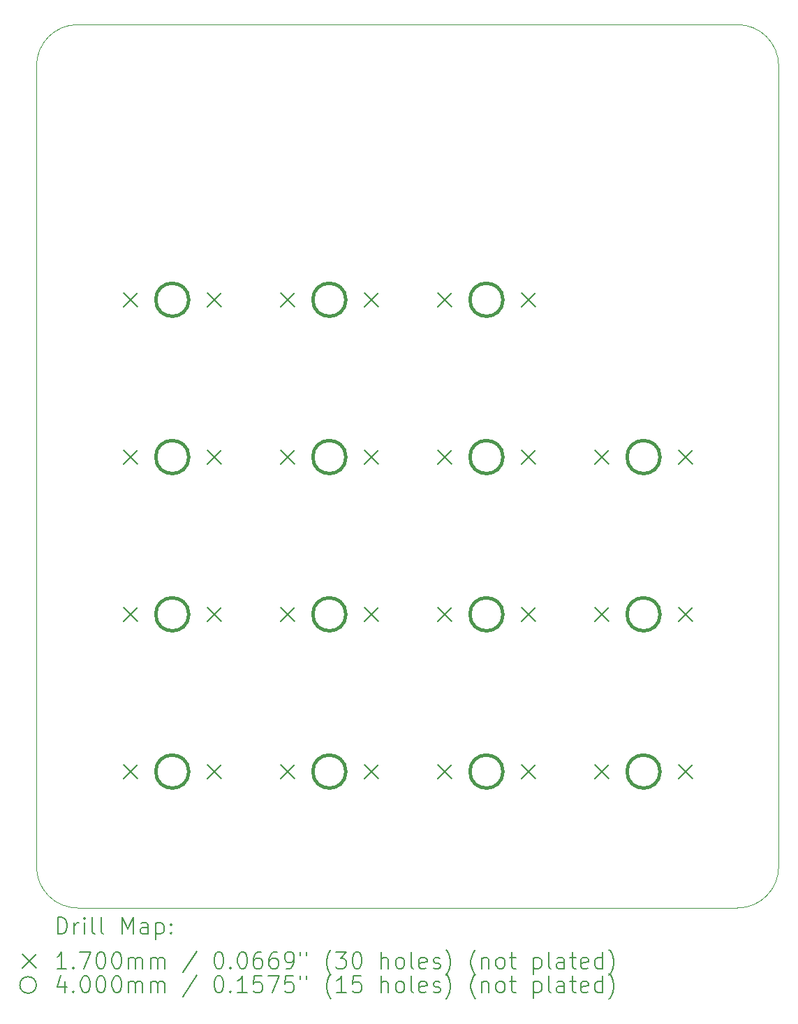
<source format=gbr>
%TF.GenerationSoftware,KiCad,Pcbnew,8.0.8*%
%TF.CreationDate,2025-02-12T11:09:37-05:00*%
%TF.ProjectId,hackpad,6861636b-7061-4642-9e6b-696361645f70,rev?*%
%TF.SameCoordinates,Original*%
%TF.FileFunction,Drillmap*%
%TF.FilePolarity,Positive*%
%FSLAX45Y45*%
G04 Gerber Fmt 4.5, Leading zero omitted, Abs format (unit mm)*
G04 Created by KiCad (PCBNEW 8.0.8) date 2025-02-12 11:09:37*
%MOMM*%
%LPD*%
G01*
G04 APERTURE LIST*
%ADD10C,0.050000*%
%ADD11C,0.200000*%
%ADD12C,0.170000*%
%ADD13C,0.400000*%
G04 APERTURE END LIST*
D10*
X4500000Y-13700000D02*
X12500000Y-13700000D01*
X12500000Y-3000000D02*
X4500000Y-3000000D01*
X13000000Y-13200000D02*
G75*
G02*
X12500000Y-13700000I-500000J0D01*
G01*
X13000000Y-13200000D02*
X13000000Y-3550000D01*
X12500000Y-3000000D02*
G75*
G02*
X13000000Y-3500000I0J-500000D01*
G01*
X13000000Y-3550000D02*
X13000000Y-3500000D01*
X4500000Y-13700000D02*
G75*
G02*
X4000000Y-13200000I0J500000D01*
G01*
X4000000Y-3500000D02*
X4000000Y-13200000D01*
X4000000Y-3500000D02*
G75*
G02*
X4500000Y-3000000I500000J0D01*
G01*
D11*
D12*
X5053000Y-6248000D02*
X5223000Y-6418000D01*
X5223000Y-6248000D02*
X5053000Y-6418000D01*
X5053000Y-8153000D02*
X5223000Y-8323000D01*
X5223000Y-8153000D02*
X5053000Y-8323000D01*
X5053000Y-10058000D02*
X5223000Y-10228000D01*
X5223000Y-10058000D02*
X5053000Y-10228000D01*
X5053000Y-11963000D02*
X5223000Y-12133000D01*
X5223000Y-11963000D02*
X5053000Y-12133000D01*
X6069000Y-6248000D02*
X6239000Y-6418000D01*
X6239000Y-6248000D02*
X6069000Y-6418000D01*
X6069000Y-8153000D02*
X6239000Y-8323000D01*
X6239000Y-8153000D02*
X6069000Y-8323000D01*
X6069000Y-10058000D02*
X6239000Y-10228000D01*
X6239000Y-10058000D02*
X6069000Y-10228000D01*
X6069000Y-11963000D02*
X6239000Y-12133000D01*
X6239000Y-11963000D02*
X6069000Y-12133000D01*
X6958000Y-6248000D02*
X7128000Y-6418000D01*
X7128000Y-6248000D02*
X6958000Y-6418000D01*
X6958000Y-8153000D02*
X7128000Y-8323000D01*
X7128000Y-8153000D02*
X6958000Y-8323000D01*
X6958000Y-10058000D02*
X7128000Y-10228000D01*
X7128000Y-10058000D02*
X6958000Y-10228000D01*
X6958000Y-11963000D02*
X7128000Y-12133000D01*
X7128000Y-11963000D02*
X6958000Y-12133000D01*
X7974000Y-6248000D02*
X8144000Y-6418000D01*
X8144000Y-6248000D02*
X7974000Y-6418000D01*
X7974000Y-8153000D02*
X8144000Y-8323000D01*
X8144000Y-8153000D02*
X7974000Y-8323000D01*
X7974000Y-10058000D02*
X8144000Y-10228000D01*
X8144000Y-10058000D02*
X7974000Y-10228000D01*
X7974000Y-11963000D02*
X8144000Y-12133000D01*
X8144000Y-11963000D02*
X7974000Y-12133000D01*
X8863000Y-6248000D02*
X9033000Y-6418000D01*
X9033000Y-6248000D02*
X8863000Y-6418000D01*
X8863000Y-8153000D02*
X9033000Y-8323000D01*
X9033000Y-8153000D02*
X8863000Y-8323000D01*
X8863000Y-10058000D02*
X9033000Y-10228000D01*
X9033000Y-10058000D02*
X8863000Y-10228000D01*
X8863000Y-11963000D02*
X9033000Y-12133000D01*
X9033000Y-11963000D02*
X8863000Y-12133000D01*
X9879000Y-6248000D02*
X10049000Y-6418000D01*
X10049000Y-6248000D02*
X9879000Y-6418000D01*
X9879000Y-8153000D02*
X10049000Y-8323000D01*
X10049000Y-8153000D02*
X9879000Y-8323000D01*
X9879000Y-10058000D02*
X10049000Y-10228000D01*
X10049000Y-10058000D02*
X9879000Y-10228000D01*
X9879000Y-11963000D02*
X10049000Y-12133000D01*
X10049000Y-11963000D02*
X9879000Y-12133000D01*
X10768000Y-8153000D02*
X10938000Y-8323000D01*
X10938000Y-8153000D02*
X10768000Y-8323000D01*
X10768000Y-10058000D02*
X10938000Y-10228000D01*
X10938000Y-10058000D02*
X10768000Y-10228000D01*
X10768000Y-11963000D02*
X10938000Y-12133000D01*
X10938000Y-11963000D02*
X10768000Y-12133000D01*
X11784000Y-8153000D02*
X11954000Y-8323000D01*
X11954000Y-8153000D02*
X11784000Y-8323000D01*
X11784000Y-10058000D02*
X11954000Y-10228000D01*
X11954000Y-10058000D02*
X11784000Y-10228000D01*
X11784000Y-11963000D02*
X11954000Y-12133000D01*
X11954000Y-11963000D02*
X11784000Y-12133000D01*
D13*
X5846000Y-6333000D02*
G75*
G02*
X5446000Y-6333000I-200000J0D01*
G01*
X5446000Y-6333000D02*
G75*
G02*
X5846000Y-6333000I200000J0D01*
G01*
X5846000Y-8238000D02*
G75*
G02*
X5446000Y-8238000I-200000J0D01*
G01*
X5446000Y-8238000D02*
G75*
G02*
X5846000Y-8238000I200000J0D01*
G01*
X5846000Y-10143000D02*
G75*
G02*
X5446000Y-10143000I-200000J0D01*
G01*
X5446000Y-10143000D02*
G75*
G02*
X5846000Y-10143000I200000J0D01*
G01*
X5846000Y-12048000D02*
G75*
G02*
X5446000Y-12048000I-200000J0D01*
G01*
X5446000Y-12048000D02*
G75*
G02*
X5846000Y-12048000I200000J0D01*
G01*
X7751000Y-6333000D02*
G75*
G02*
X7351000Y-6333000I-200000J0D01*
G01*
X7351000Y-6333000D02*
G75*
G02*
X7751000Y-6333000I200000J0D01*
G01*
X7751000Y-8238000D02*
G75*
G02*
X7351000Y-8238000I-200000J0D01*
G01*
X7351000Y-8238000D02*
G75*
G02*
X7751000Y-8238000I200000J0D01*
G01*
X7751000Y-10143000D02*
G75*
G02*
X7351000Y-10143000I-200000J0D01*
G01*
X7351000Y-10143000D02*
G75*
G02*
X7751000Y-10143000I200000J0D01*
G01*
X7751000Y-12048000D02*
G75*
G02*
X7351000Y-12048000I-200000J0D01*
G01*
X7351000Y-12048000D02*
G75*
G02*
X7751000Y-12048000I200000J0D01*
G01*
X9656000Y-6333000D02*
G75*
G02*
X9256000Y-6333000I-200000J0D01*
G01*
X9256000Y-6333000D02*
G75*
G02*
X9656000Y-6333000I200000J0D01*
G01*
X9656000Y-8238000D02*
G75*
G02*
X9256000Y-8238000I-200000J0D01*
G01*
X9256000Y-8238000D02*
G75*
G02*
X9656000Y-8238000I200000J0D01*
G01*
X9656000Y-10143000D02*
G75*
G02*
X9256000Y-10143000I-200000J0D01*
G01*
X9256000Y-10143000D02*
G75*
G02*
X9656000Y-10143000I200000J0D01*
G01*
X9656000Y-12048000D02*
G75*
G02*
X9256000Y-12048000I-200000J0D01*
G01*
X9256000Y-12048000D02*
G75*
G02*
X9656000Y-12048000I200000J0D01*
G01*
X11561000Y-8238000D02*
G75*
G02*
X11161000Y-8238000I-200000J0D01*
G01*
X11161000Y-8238000D02*
G75*
G02*
X11561000Y-8238000I200000J0D01*
G01*
X11561000Y-10143000D02*
G75*
G02*
X11161000Y-10143000I-200000J0D01*
G01*
X11161000Y-10143000D02*
G75*
G02*
X11561000Y-10143000I200000J0D01*
G01*
X11561000Y-12048000D02*
G75*
G02*
X11161000Y-12048000I-200000J0D01*
G01*
X11161000Y-12048000D02*
G75*
G02*
X11561000Y-12048000I200000J0D01*
G01*
D11*
X4258277Y-14013984D02*
X4258277Y-13813984D01*
X4258277Y-13813984D02*
X4305896Y-13813984D01*
X4305896Y-13813984D02*
X4334467Y-13823508D01*
X4334467Y-13823508D02*
X4353515Y-13842555D01*
X4353515Y-13842555D02*
X4363039Y-13861603D01*
X4363039Y-13861603D02*
X4372563Y-13899698D01*
X4372563Y-13899698D02*
X4372563Y-13928269D01*
X4372563Y-13928269D02*
X4363039Y-13966365D01*
X4363039Y-13966365D02*
X4353515Y-13985412D01*
X4353515Y-13985412D02*
X4334467Y-14004460D01*
X4334467Y-14004460D02*
X4305896Y-14013984D01*
X4305896Y-14013984D02*
X4258277Y-14013984D01*
X4458277Y-14013984D02*
X4458277Y-13880650D01*
X4458277Y-13918746D02*
X4467801Y-13899698D01*
X4467801Y-13899698D02*
X4477324Y-13890174D01*
X4477324Y-13890174D02*
X4496372Y-13880650D01*
X4496372Y-13880650D02*
X4515420Y-13880650D01*
X4582086Y-14013984D02*
X4582086Y-13880650D01*
X4582086Y-13813984D02*
X4572563Y-13823508D01*
X4572563Y-13823508D02*
X4582086Y-13833031D01*
X4582086Y-13833031D02*
X4591610Y-13823508D01*
X4591610Y-13823508D02*
X4582086Y-13813984D01*
X4582086Y-13813984D02*
X4582086Y-13833031D01*
X4705896Y-14013984D02*
X4686848Y-14004460D01*
X4686848Y-14004460D02*
X4677324Y-13985412D01*
X4677324Y-13985412D02*
X4677324Y-13813984D01*
X4810658Y-14013984D02*
X4791610Y-14004460D01*
X4791610Y-14004460D02*
X4782086Y-13985412D01*
X4782086Y-13985412D02*
X4782086Y-13813984D01*
X5039229Y-14013984D02*
X5039229Y-13813984D01*
X5039229Y-13813984D02*
X5105896Y-13956841D01*
X5105896Y-13956841D02*
X5172563Y-13813984D01*
X5172563Y-13813984D02*
X5172563Y-14013984D01*
X5353515Y-14013984D02*
X5353515Y-13909222D01*
X5353515Y-13909222D02*
X5343991Y-13890174D01*
X5343991Y-13890174D02*
X5324944Y-13880650D01*
X5324944Y-13880650D02*
X5286848Y-13880650D01*
X5286848Y-13880650D02*
X5267801Y-13890174D01*
X5353515Y-14004460D02*
X5334467Y-14013984D01*
X5334467Y-14013984D02*
X5286848Y-14013984D01*
X5286848Y-14013984D02*
X5267801Y-14004460D01*
X5267801Y-14004460D02*
X5258277Y-13985412D01*
X5258277Y-13985412D02*
X5258277Y-13966365D01*
X5258277Y-13966365D02*
X5267801Y-13947317D01*
X5267801Y-13947317D02*
X5286848Y-13937793D01*
X5286848Y-13937793D02*
X5334467Y-13937793D01*
X5334467Y-13937793D02*
X5353515Y-13928269D01*
X5448753Y-13880650D02*
X5448753Y-14080650D01*
X5448753Y-13890174D02*
X5467801Y-13880650D01*
X5467801Y-13880650D02*
X5505896Y-13880650D01*
X5505896Y-13880650D02*
X5524944Y-13890174D01*
X5524944Y-13890174D02*
X5534467Y-13899698D01*
X5534467Y-13899698D02*
X5543991Y-13918746D01*
X5543991Y-13918746D02*
X5543991Y-13975888D01*
X5543991Y-13975888D02*
X5534467Y-13994936D01*
X5534467Y-13994936D02*
X5524944Y-14004460D01*
X5524944Y-14004460D02*
X5505896Y-14013984D01*
X5505896Y-14013984D02*
X5467801Y-14013984D01*
X5467801Y-14013984D02*
X5448753Y-14004460D01*
X5629705Y-13994936D02*
X5639229Y-14004460D01*
X5639229Y-14004460D02*
X5629705Y-14013984D01*
X5629705Y-14013984D02*
X5620182Y-14004460D01*
X5620182Y-14004460D02*
X5629705Y-13994936D01*
X5629705Y-13994936D02*
X5629705Y-14013984D01*
X5629705Y-13890174D02*
X5639229Y-13899698D01*
X5639229Y-13899698D02*
X5629705Y-13909222D01*
X5629705Y-13909222D02*
X5620182Y-13899698D01*
X5620182Y-13899698D02*
X5629705Y-13890174D01*
X5629705Y-13890174D02*
X5629705Y-13909222D01*
D12*
X3827500Y-14257500D02*
X3997500Y-14427500D01*
X3997500Y-14257500D02*
X3827500Y-14427500D01*
D11*
X4363039Y-14433984D02*
X4248753Y-14433984D01*
X4305896Y-14433984D02*
X4305896Y-14233984D01*
X4305896Y-14233984D02*
X4286848Y-14262555D01*
X4286848Y-14262555D02*
X4267801Y-14281603D01*
X4267801Y-14281603D02*
X4248753Y-14291127D01*
X4448753Y-14414936D02*
X4458277Y-14424460D01*
X4458277Y-14424460D02*
X4448753Y-14433984D01*
X4448753Y-14433984D02*
X4439229Y-14424460D01*
X4439229Y-14424460D02*
X4448753Y-14414936D01*
X4448753Y-14414936D02*
X4448753Y-14433984D01*
X4524944Y-14233984D02*
X4658277Y-14233984D01*
X4658277Y-14233984D02*
X4572563Y-14433984D01*
X4772563Y-14233984D02*
X4791610Y-14233984D01*
X4791610Y-14233984D02*
X4810658Y-14243508D01*
X4810658Y-14243508D02*
X4820182Y-14253031D01*
X4820182Y-14253031D02*
X4829705Y-14272079D01*
X4829705Y-14272079D02*
X4839229Y-14310174D01*
X4839229Y-14310174D02*
X4839229Y-14357793D01*
X4839229Y-14357793D02*
X4829705Y-14395888D01*
X4829705Y-14395888D02*
X4820182Y-14414936D01*
X4820182Y-14414936D02*
X4810658Y-14424460D01*
X4810658Y-14424460D02*
X4791610Y-14433984D01*
X4791610Y-14433984D02*
X4772563Y-14433984D01*
X4772563Y-14433984D02*
X4753515Y-14424460D01*
X4753515Y-14424460D02*
X4743991Y-14414936D01*
X4743991Y-14414936D02*
X4734467Y-14395888D01*
X4734467Y-14395888D02*
X4724944Y-14357793D01*
X4724944Y-14357793D02*
X4724944Y-14310174D01*
X4724944Y-14310174D02*
X4734467Y-14272079D01*
X4734467Y-14272079D02*
X4743991Y-14253031D01*
X4743991Y-14253031D02*
X4753515Y-14243508D01*
X4753515Y-14243508D02*
X4772563Y-14233984D01*
X4963039Y-14233984D02*
X4982086Y-14233984D01*
X4982086Y-14233984D02*
X5001134Y-14243508D01*
X5001134Y-14243508D02*
X5010658Y-14253031D01*
X5010658Y-14253031D02*
X5020182Y-14272079D01*
X5020182Y-14272079D02*
X5029705Y-14310174D01*
X5029705Y-14310174D02*
X5029705Y-14357793D01*
X5029705Y-14357793D02*
X5020182Y-14395888D01*
X5020182Y-14395888D02*
X5010658Y-14414936D01*
X5010658Y-14414936D02*
X5001134Y-14424460D01*
X5001134Y-14424460D02*
X4982086Y-14433984D01*
X4982086Y-14433984D02*
X4963039Y-14433984D01*
X4963039Y-14433984D02*
X4943991Y-14424460D01*
X4943991Y-14424460D02*
X4934467Y-14414936D01*
X4934467Y-14414936D02*
X4924944Y-14395888D01*
X4924944Y-14395888D02*
X4915420Y-14357793D01*
X4915420Y-14357793D02*
X4915420Y-14310174D01*
X4915420Y-14310174D02*
X4924944Y-14272079D01*
X4924944Y-14272079D02*
X4934467Y-14253031D01*
X4934467Y-14253031D02*
X4943991Y-14243508D01*
X4943991Y-14243508D02*
X4963039Y-14233984D01*
X5115420Y-14433984D02*
X5115420Y-14300650D01*
X5115420Y-14319698D02*
X5124944Y-14310174D01*
X5124944Y-14310174D02*
X5143991Y-14300650D01*
X5143991Y-14300650D02*
X5172563Y-14300650D01*
X5172563Y-14300650D02*
X5191610Y-14310174D01*
X5191610Y-14310174D02*
X5201134Y-14329222D01*
X5201134Y-14329222D02*
X5201134Y-14433984D01*
X5201134Y-14329222D02*
X5210658Y-14310174D01*
X5210658Y-14310174D02*
X5229705Y-14300650D01*
X5229705Y-14300650D02*
X5258277Y-14300650D01*
X5258277Y-14300650D02*
X5277325Y-14310174D01*
X5277325Y-14310174D02*
X5286848Y-14329222D01*
X5286848Y-14329222D02*
X5286848Y-14433984D01*
X5382086Y-14433984D02*
X5382086Y-14300650D01*
X5382086Y-14319698D02*
X5391610Y-14310174D01*
X5391610Y-14310174D02*
X5410658Y-14300650D01*
X5410658Y-14300650D02*
X5439229Y-14300650D01*
X5439229Y-14300650D02*
X5458277Y-14310174D01*
X5458277Y-14310174D02*
X5467801Y-14329222D01*
X5467801Y-14329222D02*
X5467801Y-14433984D01*
X5467801Y-14329222D02*
X5477325Y-14310174D01*
X5477325Y-14310174D02*
X5496372Y-14300650D01*
X5496372Y-14300650D02*
X5524944Y-14300650D01*
X5524944Y-14300650D02*
X5543991Y-14310174D01*
X5543991Y-14310174D02*
X5553515Y-14329222D01*
X5553515Y-14329222D02*
X5553515Y-14433984D01*
X5943991Y-14224460D02*
X5772563Y-14481603D01*
X6201134Y-14233984D02*
X6220182Y-14233984D01*
X6220182Y-14233984D02*
X6239229Y-14243508D01*
X6239229Y-14243508D02*
X6248753Y-14253031D01*
X6248753Y-14253031D02*
X6258277Y-14272079D01*
X6258277Y-14272079D02*
X6267801Y-14310174D01*
X6267801Y-14310174D02*
X6267801Y-14357793D01*
X6267801Y-14357793D02*
X6258277Y-14395888D01*
X6258277Y-14395888D02*
X6248753Y-14414936D01*
X6248753Y-14414936D02*
X6239229Y-14424460D01*
X6239229Y-14424460D02*
X6220182Y-14433984D01*
X6220182Y-14433984D02*
X6201134Y-14433984D01*
X6201134Y-14433984D02*
X6182086Y-14424460D01*
X6182086Y-14424460D02*
X6172563Y-14414936D01*
X6172563Y-14414936D02*
X6163039Y-14395888D01*
X6163039Y-14395888D02*
X6153515Y-14357793D01*
X6153515Y-14357793D02*
X6153515Y-14310174D01*
X6153515Y-14310174D02*
X6163039Y-14272079D01*
X6163039Y-14272079D02*
X6172563Y-14253031D01*
X6172563Y-14253031D02*
X6182086Y-14243508D01*
X6182086Y-14243508D02*
X6201134Y-14233984D01*
X6353515Y-14414936D02*
X6363039Y-14424460D01*
X6363039Y-14424460D02*
X6353515Y-14433984D01*
X6353515Y-14433984D02*
X6343991Y-14424460D01*
X6343991Y-14424460D02*
X6353515Y-14414936D01*
X6353515Y-14414936D02*
X6353515Y-14433984D01*
X6486848Y-14233984D02*
X6505896Y-14233984D01*
X6505896Y-14233984D02*
X6524944Y-14243508D01*
X6524944Y-14243508D02*
X6534467Y-14253031D01*
X6534467Y-14253031D02*
X6543991Y-14272079D01*
X6543991Y-14272079D02*
X6553515Y-14310174D01*
X6553515Y-14310174D02*
X6553515Y-14357793D01*
X6553515Y-14357793D02*
X6543991Y-14395888D01*
X6543991Y-14395888D02*
X6534467Y-14414936D01*
X6534467Y-14414936D02*
X6524944Y-14424460D01*
X6524944Y-14424460D02*
X6505896Y-14433984D01*
X6505896Y-14433984D02*
X6486848Y-14433984D01*
X6486848Y-14433984D02*
X6467801Y-14424460D01*
X6467801Y-14424460D02*
X6458277Y-14414936D01*
X6458277Y-14414936D02*
X6448753Y-14395888D01*
X6448753Y-14395888D02*
X6439229Y-14357793D01*
X6439229Y-14357793D02*
X6439229Y-14310174D01*
X6439229Y-14310174D02*
X6448753Y-14272079D01*
X6448753Y-14272079D02*
X6458277Y-14253031D01*
X6458277Y-14253031D02*
X6467801Y-14243508D01*
X6467801Y-14243508D02*
X6486848Y-14233984D01*
X6724944Y-14233984D02*
X6686848Y-14233984D01*
X6686848Y-14233984D02*
X6667801Y-14243508D01*
X6667801Y-14243508D02*
X6658277Y-14253031D01*
X6658277Y-14253031D02*
X6639229Y-14281603D01*
X6639229Y-14281603D02*
X6629706Y-14319698D01*
X6629706Y-14319698D02*
X6629706Y-14395888D01*
X6629706Y-14395888D02*
X6639229Y-14414936D01*
X6639229Y-14414936D02*
X6648753Y-14424460D01*
X6648753Y-14424460D02*
X6667801Y-14433984D01*
X6667801Y-14433984D02*
X6705896Y-14433984D01*
X6705896Y-14433984D02*
X6724944Y-14424460D01*
X6724944Y-14424460D02*
X6734467Y-14414936D01*
X6734467Y-14414936D02*
X6743991Y-14395888D01*
X6743991Y-14395888D02*
X6743991Y-14348269D01*
X6743991Y-14348269D02*
X6734467Y-14329222D01*
X6734467Y-14329222D02*
X6724944Y-14319698D01*
X6724944Y-14319698D02*
X6705896Y-14310174D01*
X6705896Y-14310174D02*
X6667801Y-14310174D01*
X6667801Y-14310174D02*
X6648753Y-14319698D01*
X6648753Y-14319698D02*
X6639229Y-14329222D01*
X6639229Y-14329222D02*
X6629706Y-14348269D01*
X6915420Y-14233984D02*
X6877325Y-14233984D01*
X6877325Y-14233984D02*
X6858277Y-14243508D01*
X6858277Y-14243508D02*
X6848753Y-14253031D01*
X6848753Y-14253031D02*
X6829706Y-14281603D01*
X6829706Y-14281603D02*
X6820182Y-14319698D01*
X6820182Y-14319698D02*
X6820182Y-14395888D01*
X6820182Y-14395888D02*
X6829706Y-14414936D01*
X6829706Y-14414936D02*
X6839229Y-14424460D01*
X6839229Y-14424460D02*
X6858277Y-14433984D01*
X6858277Y-14433984D02*
X6896372Y-14433984D01*
X6896372Y-14433984D02*
X6915420Y-14424460D01*
X6915420Y-14424460D02*
X6924944Y-14414936D01*
X6924944Y-14414936D02*
X6934467Y-14395888D01*
X6934467Y-14395888D02*
X6934467Y-14348269D01*
X6934467Y-14348269D02*
X6924944Y-14329222D01*
X6924944Y-14329222D02*
X6915420Y-14319698D01*
X6915420Y-14319698D02*
X6896372Y-14310174D01*
X6896372Y-14310174D02*
X6858277Y-14310174D01*
X6858277Y-14310174D02*
X6839229Y-14319698D01*
X6839229Y-14319698D02*
X6829706Y-14329222D01*
X6829706Y-14329222D02*
X6820182Y-14348269D01*
X7029706Y-14433984D02*
X7067801Y-14433984D01*
X7067801Y-14433984D02*
X7086848Y-14424460D01*
X7086848Y-14424460D02*
X7096372Y-14414936D01*
X7096372Y-14414936D02*
X7115420Y-14386365D01*
X7115420Y-14386365D02*
X7124944Y-14348269D01*
X7124944Y-14348269D02*
X7124944Y-14272079D01*
X7124944Y-14272079D02*
X7115420Y-14253031D01*
X7115420Y-14253031D02*
X7105896Y-14243508D01*
X7105896Y-14243508D02*
X7086848Y-14233984D01*
X7086848Y-14233984D02*
X7048753Y-14233984D01*
X7048753Y-14233984D02*
X7029706Y-14243508D01*
X7029706Y-14243508D02*
X7020182Y-14253031D01*
X7020182Y-14253031D02*
X7010658Y-14272079D01*
X7010658Y-14272079D02*
X7010658Y-14319698D01*
X7010658Y-14319698D02*
X7020182Y-14338746D01*
X7020182Y-14338746D02*
X7029706Y-14348269D01*
X7029706Y-14348269D02*
X7048753Y-14357793D01*
X7048753Y-14357793D02*
X7086848Y-14357793D01*
X7086848Y-14357793D02*
X7105896Y-14348269D01*
X7105896Y-14348269D02*
X7115420Y-14338746D01*
X7115420Y-14338746D02*
X7124944Y-14319698D01*
X7201134Y-14233984D02*
X7201134Y-14272079D01*
X7277325Y-14233984D02*
X7277325Y-14272079D01*
X7572563Y-14510174D02*
X7563039Y-14500650D01*
X7563039Y-14500650D02*
X7543991Y-14472079D01*
X7543991Y-14472079D02*
X7534468Y-14453031D01*
X7534468Y-14453031D02*
X7524944Y-14424460D01*
X7524944Y-14424460D02*
X7515420Y-14376841D01*
X7515420Y-14376841D02*
X7515420Y-14338746D01*
X7515420Y-14338746D02*
X7524944Y-14291127D01*
X7524944Y-14291127D02*
X7534468Y-14262555D01*
X7534468Y-14262555D02*
X7543991Y-14243508D01*
X7543991Y-14243508D02*
X7563039Y-14214936D01*
X7563039Y-14214936D02*
X7572563Y-14205412D01*
X7629706Y-14233984D02*
X7753515Y-14233984D01*
X7753515Y-14233984D02*
X7686848Y-14310174D01*
X7686848Y-14310174D02*
X7715420Y-14310174D01*
X7715420Y-14310174D02*
X7734468Y-14319698D01*
X7734468Y-14319698D02*
X7743991Y-14329222D01*
X7743991Y-14329222D02*
X7753515Y-14348269D01*
X7753515Y-14348269D02*
X7753515Y-14395888D01*
X7753515Y-14395888D02*
X7743991Y-14414936D01*
X7743991Y-14414936D02*
X7734468Y-14424460D01*
X7734468Y-14424460D02*
X7715420Y-14433984D01*
X7715420Y-14433984D02*
X7658277Y-14433984D01*
X7658277Y-14433984D02*
X7639229Y-14424460D01*
X7639229Y-14424460D02*
X7629706Y-14414936D01*
X7877325Y-14233984D02*
X7896372Y-14233984D01*
X7896372Y-14233984D02*
X7915420Y-14243508D01*
X7915420Y-14243508D02*
X7924944Y-14253031D01*
X7924944Y-14253031D02*
X7934468Y-14272079D01*
X7934468Y-14272079D02*
X7943991Y-14310174D01*
X7943991Y-14310174D02*
X7943991Y-14357793D01*
X7943991Y-14357793D02*
X7934468Y-14395888D01*
X7934468Y-14395888D02*
X7924944Y-14414936D01*
X7924944Y-14414936D02*
X7915420Y-14424460D01*
X7915420Y-14424460D02*
X7896372Y-14433984D01*
X7896372Y-14433984D02*
X7877325Y-14433984D01*
X7877325Y-14433984D02*
X7858277Y-14424460D01*
X7858277Y-14424460D02*
X7848753Y-14414936D01*
X7848753Y-14414936D02*
X7839229Y-14395888D01*
X7839229Y-14395888D02*
X7829706Y-14357793D01*
X7829706Y-14357793D02*
X7829706Y-14310174D01*
X7829706Y-14310174D02*
X7839229Y-14272079D01*
X7839229Y-14272079D02*
X7848753Y-14253031D01*
X7848753Y-14253031D02*
X7858277Y-14243508D01*
X7858277Y-14243508D02*
X7877325Y-14233984D01*
X8182087Y-14433984D02*
X8182087Y-14233984D01*
X8267801Y-14433984D02*
X8267801Y-14329222D01*
X8267801Y-14329222D02*
X8258277Y-14310174D01*
X8258277Y-14310174D02*
X8239230Y-14300650D01*
X8239230Y-14300650D02*
X8210658Y-14300650D01*
X8210658Y-14300650D02*
X8191610Y-14310174D01*
X8191610Y-14310174D02*
X8182087Y-14319698D01*
X8391611Y-14433984D02*
X8372563Y-14424460D01*
X8372563Y-14424460D02*
X8363039Y-14414936D01*
X8363039Y-14414936D02*
X8353515Y-14395888D01*
X8353515Y-14395888D02*
X8353515Y-14338746D01*
X8353515Y-14338746D02*
X8363039Y-14319698D01*
X8363039Y-14319698D02*
X8372563Y-14310174D01*
X8372563Y-14310174D02*
X8391611Y-14300650D01*
X8391611Y-14300650D02*
X8420182Y-14300650D01*
X8420182Y-14300650D02*
X8439230Y-14310174D01*
X8439230Y-14310174D02*
X8448753Y-14319698D01*
X8448753Y-14319698D02*
X8458277Y-14338746D01*
X8458277Y-14338746D02*
X8458277Y-14395888D01*
X8458277Y-14395888D02*
X8448753Y-14414936D01*
X8448753Y-14414936D02*
X8439230Y-14424460D01*
X8439230Y-14424460D02*
X8420182Y-14433984D01*
X8420182Y-14433984D02*
X8391611Y-14433984D01*
X8572563Y-14433984D02*
X8553515Y-14424460D01*
X8553515Y-14424460D02*
X8543992Y-14405412D01*
X8543992Y-14405412D02*
X8543992Y-14233984D01*
X8724944Y-14424460D02*
X8705896Y-14433984D01*
X8705896Y-14433984D02*
X8667801Y-14433984D01*
X8667801Y-14433984D02*
X8648753Y-14424460D01*
X8648753Y-14424460D02*
X8639230Y-14405412D01*
X8639230Y-14405412D02*
X8639230Y-14329222D01*
X8639230Y-14329222D02*
X8648753Y-14310174D01*
X8648753Y-14310174D02*
X8667801Y-14300650D01*
X8667801Y-14300650D02*
X8705896Y-14300650D01*
X8705896Y-14300650D02*
X8724944Y-14310174D01*
X8724944Y-14310174D02*
X8734468Y-14329222D01*
X8734468Y-14329222D02*
X8734468Y-14348269D01*
X8734468Y-14348269D02*
X8639230Y-14367317D01*
X8810658Y-14424460D02*
X8829706Y-14433984D01*
X8829706Y-14433984D02*
X8867801Y-14433984D01*
X8867801Y-14433984D02*
X8886849Y-14424460D01*
X8886849Y-14424460D02*
X8896373Y-14405412D01*
X8896373Y-14405412D02*
X8896373Y-14395888D01*
X8896373Y-14395888D02*
X8886849Y-14376841D01*
X8886849Y-14376841D02*
X8867801Y-14367317D01*
X8867801Y-14367317D02*
X8839230Y-14367317D01*
X8839230Y-14367317D02*
X8820182Y-14357793D01*
X8820182Y-14357793D02*
X8810658Y-14338746D01*
X8810658Y-14338746D02*
X8810658Y-14329222D01*
X8810658Y-14329222D02*
X8820182Y-14310174D01*
X8820182Y-14310174D02*
X8839230Y-14300650D01*
X8839230Y-14300650D02*
X8867801Y-14300650D01*
X8867801Y-14300650D02*
X8886849Y-14310174D01*
X8963039Y-14510174D02*
X8972563Y-14500650D01*
X8972563Y-14500650D02*
X8991611Y-14472079D01*
X8991611Y-14472079D02*
X9001134Y-14453031D01*
X9001134Y-14453031D02*
X9010658Y-14424460D01*
X9010658Y-14424460D02*
X9020182Y-14376841D01*
X9020182Y-14376841D02*
X9020182Y-14338746D01*
X9020182Y-14338746D02*
X9010658Y-14291127D01*
X9010658Y-14291127D02*
X9001134Y-14262555D01*
X9001134Y-14262555D02*
X8991611Y-14243508D01*
X8991611Y-14243508D02*
X8972563Y-14214936D01*
X8972563Y-14214936D02*
X8963039Y-14205412D01*
X9324944Y-14510174D02*
X9315420Y-14500650D01*
X9315420Y-14500650D02*
X9296373Y-14472079D01*
X9296373Y-14472079D02*
X9286849Y-14453031D01*
X9286849Y-14453031D02*
X9277325Y-14424460D01*
X9277325Y-14424460D02*
X9267801Y-14376841D01*
X9267801Y-14376841D02*
X9267801Y-14338746D01*
X9267801Y-14338746D02*
X9277325Y-14291127D01*
X9277325Y-14291127D02*
X9286849Y-14262555D01*
X9286849Y-14262555D02*
X9296373Y-14243508D01*
X9296373Y-14243508D02*
X9315420Y-14214936D01*
X9315420Y-14214936D02*
X9324944Y-14205412D01*
X9401134Y-14300650D02*
X9401134Y-14433984D01*
X9401134Y-14319698D02*
X9410658Y-14310174D01*
X9410658Y-14310174D02*
X9429706Y-14300650D01*
X9429706Y-14300650D02*
X9458277Y-14300650D01*
X9458277Y-14300650D02*
X9477325Y-14310174D01*
X9477325Y-14310174D02*
X9486849Y-14329222D01*
X9486849Y-14329222D02*
X9486849Y-14433984D01*
X9610658Y-14433984D02*
X9591611Y-14424460D01*
X9591611Y-14424460D02*
X9582087Y-14414936D01*
X9582087Y-14414936D02*
X9572563Y-14395888D01*
X9572563Y-14395888D02*
X9572563Y-14338746D01*
X9572563Y-14338746D02*
X9582087Y-14319698D01*
X9582087Y-14319698D02*
X9591611Y-14310174D01*
X9591611Y-14310174D02*
X9610658Y-14300650D01*
X9610658Y-14300650D02*
X9639230Y-14300650D01*
X9639230Y-14300650D02*
X9658277Y-14310174D01*
X9658277Y-14310174D02*
X9667801Y-14319698D01*
X9667801Y-14319698D02*
X9677325Y-14338746D01*
X9677325Y-14338746D02*
X9677325Y-14395888D01*
X9677325Y-14395888D02*
X9667801Y-14414936D01*
X9667801Y-14414936D02*
X9658277Y-14424460D01*
X9658277Y-14424460D02*
X9639230Y-14433984D01*
X9639230Y-14433984D02*
X9610658Y-14433984D01*
X9734468Y-14300650D02*
X9810658Y-14300650D01*
X9763039Y-14233984D02*
X9763039Y-14405412D01*
X9763039Y-14405412D02*
X9772563Y-14424460D01*
X9772563Y-14424460D02*
X9791611Y-14433984D01*
X9791611Y-14433984D02*
X9810658Y-14433984D01*
X10029706Y-14300650D02*
X10029706Y-14500650D01*
X10029706Y-14310174D02*
X10048754Y-14300650D01*
X10048754Y-14300650D02*
X10086849Y-14300650D01*
X10086849Y-14300650D02*
X10105896Y-14310174D01*
X10105896Y-14310174D02*
X10115420Y-14319698D01*
X10115420Y-14319698D02*
X10124944Y-14338746D01*
X10124944Y-14338746D02*
X10124944Y-14395888D01*
X10124944Y-14395888D02*
X10115420Y-14414936D01*
X10115420Y-14414936D02*
X10105896Y-14424460D01*
X10105896Y-14424460D02*
X10086849Y-14433984D01*
X10086849Y-14433984D02*
X10048754Y-14433984D01*
X10048754Y-14433984D02*
X10029706Y-14424460D01*
X10239230Y-14433984D02*
X10220182Y-14424460D01*
X10220182Y-14424460D02*
X10210658Y-14405412D01*
X10210658Y-14405412D02*
X10210658Y-14233984D01*
X10401135Y-14433984D02*
X10401135Y-14329222D01*
X10401135Y-14329222D02*
X10391611Y-14310174D01*
X10391611Y-14310174D02*
X10372563Y-14300650D01*
X10372563Y-14300650D02*
X10334468Y-14300650D01*
X10334468Y-14300650D02*
X10315420Y-14310174D01*
X10401135Y-14424460D02*
X10382087Y-14433984D01*
X10382087Y-14433984D02*
X10334468Y-14433984D01*
X10334468Y-14433984D02*
X10315420Y-14424460D01*
X10315420Y-14424460D02*
X10305896Y-14405412D01*
X10305896Y-14405412D02*
X10305896Y-14386365D01*
X10305896Y-14386365D02*
X10315420Y-14367317D01*
X10315420Y-14367317D02*
X10334468Y-14357793D01*
X10334468Y-14357793D02*
X10382087Y-14357793D01*
X10382087Y-14357793D02*
X10401135Y-14348269D01*
X10467801Y-14300650D02*
X10543992Y-14300650D01*
X10496373Y-14233984D02*
X10496373Y-14405412D01*
X10496373Y-14405412D02*
X10505896Y-14424460D01*
X10505896Y-14424460D02*
X10524944Y-14433984D01*
X10524944Y-14433984D02*
X10543992Y-14433984D01*
X10686849Y-14424460D02*
X10667801Y-14433984D01*
X10667801Y-14433984D02*
X10629706Y-14433984D01*
X10629706Y-14433984D02*
X10610658Y-14424460D01*
X10610658Y-14424460D02*
X10601135Y-14405412D01*
X10601135Y-14405412D02*
X10601135Y-14329222D01*
X10601135Y-14329222D02*
X10610658Y-14310174D01*
X10610658Y-14310174D02*
X10629706Y-14300650D01*
X10629706Y-14300650D02*
X10667801Y-14300650D01*
X10667801Y-14300650D02*
X10686849Y-14310174D01*
X10686849Y-14310174D02*
X10696373Y-14329222D01*
X10696373Y-14329222D02*
X10696373Y-14348269D01*
X10696373Y-14348269D02*
X10601135Y-14367317D01*
X10867801Y-14433984D02*
X10867801Y-14233984D01*
X10867801Y-14424460D02*
X10848754Y-14433984D01*
X10848754Y-14433984D02*
X10810658Y-14433984D01*
X10810658Y-14433984D02*
X10791611Y-14424460D01*
X10791611Y-14424460D02*
X10782087Y-14414936D01*
X10782087Y-14414936D02*
X10772563Y-14395888D01*
X10772563Y-14395888D02*
X10772563Y-14338746D01*
X10772563Y-14338746D02*
X10782087Y-14319698D01*
X10782087Y-14319698D02*
X10791611Y-14310174D01*
X10791611Y-14310174D02*
X10810658Y-14300650D01*
X10810658Y-14300650D02*
X10848754Y-14300650D01*
X10848754Y-14300650D02*
X10867801Y-14310174D01*
X10943992Y-14510174D02*
X10953516Y-14500650D01*
X10953516Y-14500650D02*
X10972563Y-14472079D01*
X10972563Y-14472079D02*
X10982087Y-14453031D01*
X10982087Y-14453031D02*
X10991611Y-14424460D01*
X10991611Y-14424460D02*
X11001135Y-14376841D01*
X11001135Y-14376841D02*
X11001135Y-14338746D01*
X11001135Y-14338746D02*
X10991611Y-14291127D01*
X10991611Y-14291127D02*
X10982087Y-14262555D01*
X10982087Y-14262555D02*
X10972563Y-14243508D01*
X10972563Y-14243508D02*
X10953516Y-14214936D01*
X10953516Y-14214936D02*
X10943992Y-14205412D01*
X3997500Y-14632500D02*
G75*
G02*
X3797500Y-14632500I-100000J0D01*
G01*
X3797500Y-14632500D02*
G75*
G02*
X3997500Y-14632500I100000J0D01*
G01*
X4343991Y-14590650D02*
X4343991Y-14723984D01*
X4296372Y-14514460D02*
X4248753Y-14657317D01*
X4248753Y-14657317D02*
X4372563Y-14657317D01*
X4448753Y-14704936D02*
X4458277Y-14714460D01*
X4458277Y-14714460D02*
X4448753Y-14723984D01*
X4448753Y-14723984D02*
X4439229Y-14714460D01*
X4439229Y-14714460D02*
X4448753Y-14704936D01*
X4448753Y-14704936D02*
X4448753Y-14723984D01*
X4582086Y-14523984D02*
X4601134Y-14523984D01*
X4601134Y-14523984D02*
X4620182Y-14533508D01*
X4620182Y-14533508D02*
X4629705Y-14543031D01*
X4629705Y-14543031D02*
X4639229Y-14562079D01*
X4639229Y-14562079D02*
X4648753Y-14600174D01*
X4648753Y-14600174D02*
X4648753Y-14647793D01*
X4648753Y-14647793D02*
X4639229Y-14685888D01*
X4639229Y-14685888D02*
X4629705Y-14704936D01*
X4629705Y-14704936D02*
X4620182Y-14714460D01*
X4620182Y-14714460D02*
X4601134Y-14723984D01*
X4601134Y-14723984D02*
X4582086Y-14723984D01*
X4582086Y-14723984D02*
X4563039Y-14714460D01*
X4563039Y-14714460D02*
X4553515Y-14704936D01*
X4553515Y-14704936D02*
X4543991Y-14685888D01*
X4543991Y-14685888D02*
X4534467Y-14647793D01*
X4534467Y-14647793D02*
X4534467Y-14600174D01*
X4534467Y-14600174D02*
X4543991Y-14562079D01*
X4543991Y-14562079D02*
X4553515Y-14543031D01*
X4553515Y-14543031D02*
X4563039Y-14533508D01*
X4563039Y-14533508D02*
X4582086Y-14523984D01*
X4772563Y-14523984D02*
X4791610Y-14523984D01*
X4791610Y-14523984D02*
X4810658Y-14533508D01*
X4810658Y-14533508D02*
X4820182Y-14543031D01*
X4820182Y-14543031D02*
X4829705Y-14562079D01*
X4829705Y-14562079D02*
X4839229Y-14600174D01*
X4839229Y-14600174D02*
X4839229Y-14647793D01*
X4839229Y-14647793D02*
X4829705Y-14685888D01*
X4829705Y-14685888D02*
X4820182Y-14704936D01*
X4820182Y-14704936D02*
X4810658Y-14714460D01*
X4810658Y-14714460D02*
X4791610Y-14723984D01*
X4791610Y-14723984D02*
X4772563Y-14723984D01*
X4772563Y-14723984D02*
X4753515Y-14714460D01*
X4753515Y-14714460D02*
X4743991Y-14704936D01*
X4743991Y-14704936D02*
X4734467Y-14685888D01*
X4734467Y-14685888D02*
X4724944Y-14647793D01*
X4724944Y-14647793D02*
X4724944Y-14600174D01*
X4724944Y-14600174D02*
X4734467Y-14562079D01*
X4734467Y-14562079D02*
X4743991Y-14543031D01*
X4743991Y-14543031D02*
X4753515Y-14533508D01*
X4753515Y-14533508D02*
X4772563Y-14523984D01*
X4963039Y-14523984D02*
X4982086Y-14523984D01*
X4982086Y-14523984D02*
X5001134Y-14533508D01*
X5001134Y-14533508D02*
X5010658Y-14543031D01*
X5010658Y-14543031D02*
X5020182Y-14562079D01*
X5020182Y-14562079D02*
X5029705Y-14600174D01*
X5029705Y-14600174D02*
X5029705Y-14647793D01*
X5029705Y-14647793D02*
X5020182Y-14685888D01*
X5020182Y-14685888D02*
X5010658Y-14704936D01*
X5010658Y-14704936D02*
X5001134Y-14714460D01*
X5001134Y-14714460D02*
X4982086Y-14723984D01*
X4982086Y-14723984D02*
X4963039Y-14723984D01*
X4963039Y-14723984D02*
X4943991Y-14714460D01*
X4943991Y-14714460D02*
X4934467Y-14704936D01*
X4934467Y-14704936D02*
X4924944Y-14685888D01*
X4924944Y-14685888D02*
X4915420Y-14647793D01*
X4915420Y-14647793D02*
X4915420Y-14600174D01*
X4915420Y-14600174D02*
X4924944Y-14562079D01*
X4924944Y-14562079D02*
X4934467Y-14543031D01*
X4934467Y-14543031D02*
X4943991Y-14533508D01*
X4943991Y-14533508D02*
X4963039Y-14523984D01*
X5115420Y-14723984D02*
X5115420Y-14590650D01*
X5115420Y-14609698D02*
X5124944Y-14600174D01*
X5124944Y-14600174D02*
X5143991Y-14590650D01*
X5143991Y-14590650D02*
X5172563Y-14590650D01*
X5172563Y-14590650D02*
X5191610Y-14600174D01*
X5191610Y-14600174D02*
X5201134Y-14619222D01*
X5201134Y-14619222D02*
X5201134Y-14723984D01*
X5201134Y-14619222D02*
X5210658Y-14600174D01*
X5210658Y-14600174D02*
X5229705Y-14590650D01*
X5229705Y-14590650D02*
X5258277Y-14590650D01*
X5258277Y-14590650D02*
X5277325Y-14600174D01*
X5277325Y-14600174D02*
X5286848Y-14619222D01*
X5286848Y-14619222D02*
X5286848Y-14723984D01*
X5382086Y-14723984D02*
X5382086Y-14590650D01*
X5382086Y-14609698D02*
X5391610Y-14600174D01*
X5391610Y-14600174D02*
X5410658Y-14590650D01*
X5410658Y-14590650D02*
X5439229Y-14590650D01*
X5439229Y-14590650D02*
X5458277Y-14600174D01*
X5458277Y-14600174D02*
X5467801Y-14619222D01*
X5467801Y-14619222D02*
X5467801Y-14723984D01*
X5467801Y-14619222D02*
X5477325Y-14600174D01*
X5477325Y-14600174D02*
X5496372Y-14590650D01*
X5496372Y-14590650D02*
X5524944Y-14590650D01*
X5524944Y-14590650D02*
X5543991Y-14600174D01*
X5543991Y-14600174D02*
X5553515Y-14619222D01*
X5553515Y-14619222D02*
X5553515Y-14723984D01*
X5943991Y-14514460D02*
X5772563Y-14771603D01*
X6201134Y-14523984D02*
X6220182Y-14523984D01*
X6220182Y-14523984D02*
X6239229Y-14533508D01*
X6239229Y-14533508D02*
X6248753Y-14543031D01*
X6248753Y-14543031D02*
X6258277Y-14562079D01*
X6258277Y-14562079D02*
X6267801Y-14600174D01*
X6267801Y-14600174D02*
X6267801Y-14647793D01*
X6267801Y-14647793D02*
X6258277Y-14685888D01*
X6258277Y-14685888D02*
X6248753Y-14704936D01*
X6248753Y-14704936D02*
X6239229Y-14714460D01*
X6239229Y-14714460D02*
X6220182Y-14723984D01*
X6220182Y-14723984D02*
X6201134Y-14723984D01*
X6201134Y-14723984D02*
X6182086Y-14714460D01*
X6182086Y-14714460D02*
X6172563Y-14704936D01*
X6172563Y-14704936D02*
X6163039Y-14685888D01*
X6163039Y-14685888D02*
X6153515Y-14647793D01*
X6153515Y-14647793D02*
X6153515Y-14600174D01*
X6153515Y-14600174D02*
X6163039Y-14562079D01*
X6163039Y-14562079D02*
X6172563Y-14543031D01*
X6172563Y-14543031D02*
X6182086Y-14533508D01*
X6182086Y-14533508D02*
X6201134Y-14523984D01*
X6353515Y-14704936D02*
X6363039Y-14714460D01*
X6363039Y-14714460D02*
X6353515Y-14723984D01*
X6353515Y-14723984D02*
X6343991Y-14714460D01*
X6343991Y-14714460D02*
X6353515Y-14704936D01*
X6353515Y-14704936D02*
X6353515Y-14723984D01*
X6553515Y-14723984D02*
X6439229Y-14723984D01*
X6496372Y-14723984D02*
X6496372Y-14523984D01*
X6496372Y-14523984D02*
X6477325Y-14552555D01*
X6477325Y-14552555D02*
X6458277Y-14571603D01*
X6458277Y-14571603D02*
X6439229Y-14581127D01*
X6734467Y-14523984D02*
X6639229Y-14523984D01*
X6639229Y-14523984D02*
X6629706Y-14619222D01*
X6629706Y-14619222D02*
X6639229Y-14609698D01*
X6639229Y-14609698D02*
X6658277Y-14600174D01*
X6658277Y-14600174D02*
X6705896Y-14600174D01*
X6705896Y-14600174D02*
X6724944Y-14609698D01*
X6724944Y-14609698D02*
X6734467Y-14619222D01*
X6734467Y-14619222D02*
X6743991Y-14638269D01*
X6743991Y-14638269D02*
X6743991Y-14685888D01*
X6743991Y-14685888D02*
X6734467Y-14704936D01*
X6734467Y-14704936D02*
X6724944Y-14714460D01*
X6724944Y-14714460D02*
X6705896Y-14723984D01*
X6705896Y-14723984D02*
X6658277Y-14723984D01*
X6658277Y-14723984D02*
X6639229Y-14714460D01*
X6639229Y-14714460D02*
X6629706Y-14704936D01*
X6810658Y-14523984D02*
X6943991Y-14523984D01*
X6943991Y-14523984D02*
X6858277Y-14723984D01*
X7115420Y-14523984D02*
X7020182Y-14523984D01*
X7020182Y-14523984D02*
X7010658Y-14619222D01*
X7010658Y-14619222D02*
X7020182Y-14609698D01*
X7020182Y-14609698D02*
X7039229Y-14600174D01*
X7039229Y-14600174D02*
X7086848Y-14600174D01*
X7086848Y-14600174D02*
X7105896Y-14609698D01*
X7105896Y-14609698D02*
X7115420Y-14619222D01*
X7115420Y-14619222D02*
X7124944Y-14638269D01*
X7124944Y-14638269D02*
X7124944Y-14685888D01*
X7124944Y-14685888D02*
X7115420Y-14704936D01*
X7115420Y-14704936D02*
X7105896Y-14714460D01*
X7105896Y-14714460D02*
X7086848Y-14723984D01*
X7086848Y-14723984D02*
X7039229Y-14723984D01*
X7039229Y-14723984D02*
X7020182Y-14714460D01*
X7020182Y-14714460D02*
X7010658Y-14704936D01*
X7201134Y-14523984D02*
X7201134Y-14562079D01*
X7277325Y-14523984D02*
X7277325Y-14562079D01*
X7572563Y-14800174D02*
X7563039Y-14790650D01*
X7563039Y-14790650D02*
X7543991Y-14762079D01*
X7543991Y-14762079D02*
X7534468Y-14743031D01*
X7534468Y-14743031D02*
X7524944Y-14714460D01*
X7524944Y-14714460D02*
X7515420Y-14666841D01*
X7515420Y-14666841D02*
X7515420Y-14628746D01*
X7515420Y-14628746D02*
X7524944Y-14581127D01*
X7524944Y-14581127D02*
X7534468Y-14552555D01*
X7534468Y-14552555D02*
X7543991Y-14533508D01*
X7543991Y-14533508D02*
X7563039Y-14504936D01*
X7563039Y-14504936D02*
X7572563Y-14495412D01*
X7753515Y-14723984D02*
X7639229Y-14723984D01*
X7696372Y-14723984D02*
X7696372Y-14523984D01*
X7696372Y-14523984D02*
X7677325Y-14552555D01*
X7677325Y-14552555D02*
X7658277Y-14571603D01*
X7658277Y-14571603D02*
X7639229Y-14581127D01*
X7934468Y-14523984D02*
X7839229Y-14523984D01*
X7839229Y-14523984D02*
X7829706Y-14619222D01*
X7829706Y-14619222D02*
X7839229Y-14609698D01*
X7839229Y-14609698D02*
X7858277Y-14600174D01*
X7858277Y-14600174D02*
X7905896Y-14600174D01*
X7905896Y-14600174D02*
X7924944Y-14609698D01*
X7924944Y-14609698D02*
X7934468Y-14619222D01*
X7934468Y-14619222D02*
X7943991Y-14638269D01*
X7943991Y-14638269D02*
X7943991Y-14685888D01*
X7943991Y-14685888D02*
X7934468Y-14704936D01*
X7934468Y-14704936D02*
X7924944Y-14714460D01*
X7924944Y-14714460D02*
X7905896Y-14723984D01*
X7905896Y-14723984D02*
X7858277Y-14723984D01*
X7858277Y-14723984D02*
X7839229Y-14714460D01*
X7839229Y-14714460D02*
X7829706Y-14704936D01*
X8182087Y-14723984D02*
X8182087Y-14523984D01*
X8267801Y-14723984D02*
X8267801Y-14619222D01*
X8267801Y-14619222D02*
X8258277Y-14600174D01*
X8258277Y-14600174D02*
X8239230Y-14590650D01*
X8239230Y-14590650D02*
X8210658Y-14590650D01*
X8210658Y-14590650D02*
X8191610Y-14600174D01*
X8191610Y-14600174D02*
X8182087Y-14609698D01*
X8391611Y-14723984D02*
X8372563Y-14714460D01*
X8372563Y-14714460D02*
X8363039Y-14704936D01*
X8363039Y-14704936D02*
X8353515Y-14685888D01*
X8353515Y-14685888D02*
X8353515Y-14628746D01*
X8353515Y-14628746D02*
X8363039Y-14609698D01*
X8363039Y-14609698D02*
X8372563Y-14600174D01*
X8372563Y-14600174D02*
X8391611Y-14590650D01*
X8391611Y-14590650D02*
X8420182Y-14590650D01*
X8420182Y-14590650D02*
X8439230Y-14600174D01*
X8439230Y-14600174D02*
X8448753Y-14609698D01*
X8448753Y-14609698D02*
X8458277Y-14628746D01*
X8458277Y-14628746D02*
X8458277Y-14685888D01*
X8458277Y-14685888D02*
X8448753Y-14704936D01*
X8448753Y-14704936D02*
X8439230Y-14714460D01*
X8439230Y-14714460D02*
X8420182Y-14723984D01*
X8420182Y-14723984D02*
X8391611Y-14723984D01*
X8572563Y-14723984D02*
X8553515Y-14714460D01*
X8553515Y-14714460D02*
X8543992Y-14695412D01*
X8543992Y-14695412D02*
X8543992Y-14523984D01*
X8724944Y-14714460D02*
X8705896Y-14723984D01*
X8705896Y-14723984D02*
X8667801Y-14723984D01*
X8667801Y-14723984D02*
X8648753Y-14714460D01*
X8648753Y-14714460D02*
X8639230Y-14695412D01*
X8639230Y-14695412D02*
X8639230Y-14619222D01*
X8639230Y-14619222D02*
X8648753Y-14600174D01*
X8648753Y-14600174D02*
X8667801Y-14590650D01*
X8667801Y-14590650D02*
X8705896Y-14590650D01*
X8705896Y-14590650D02*
X8724944Y-14600174D01*
X8724944Y-14600174D02*
X8734468Y-14619222D01*
X8734468Y-14619222D02*
X8734468Y-14638269D01*
X8734468Y-14638269D02*
X8639230Y-14657317D01*
X8810658Y-14714460D02*
X8829706Y-14723984D01*
X8829706Y-14723984D02*
X8867801Y-14723984D01*
X8867801Y-14723984D02*
X8886849Y-14714460D01*
X8886849Y-14714460D02*
X8896373Y-14695412D01*
X8896373Y-14695412D02*
X8896373Y-14685888D01*
X8896373Y-14685888D02*
X8886849Y-14666841D01*
X8886849Y-14666841D02*
X8867801Y-14657317D01*
X8867801Y-14657317D02*
X8839230Y-14657317D01*
X8839230Y-14657317D02*
X8820182Y-14647793D01*
X8820182Y-14647793D02*
X8810658Y-14628746D01*
X8810658Y-14628746D02*
X8810658Y-14619222D01*
X8810658Y-14619222D02*
X8820182Y-14600174D01*
X8820182Y-14600174D02*
X8839230Y-14590650D01*
X8839230Y-14590650D02*
X8867801Y-14590650D01*
X8867801Y-14590650D02*
X8886849Y-14600174D01*
X8963039Y-14800174D02*
X8972563Y-14790650D01*
X8972563Y-14790650D02*
X8991611Y-14762079D01*
X8991611Y-14762079D02*
X9001134Y-14743031D01*
X9001134Y-14743031D02*
X9010658Y-14714460D01*
X9010658Y-14714460D02*
X9020182Y-14666841D01*
X9020182Y-14666841D02*
X9020182Y-14628746D01*
X9020182Y-14628746D02*
X9010658Y-14581127D01*
X9010658Y-14581127D02*
X9001134Y-14552555D01*
X9001134Y-14552555D02*
X8991611Y-14533508D01*
X8991611Y-14533508D02*
X8972563Y-14504936D01*
X8972563Y-14504936D02*
X8963039Y-14495412D01*
X9324944Y-14800174D02*
X9315420Y-14790650D01*
X9315420Y-14790650D02*
X9296373Y-14762079D01*
X9296373Y-14762079D02*
X9286849Y-14743031D01*
X9286849Y-14743031D02*
X9277325Y-14714460D01*
X9277325Y-14714460D02*
X9267801Y-14666841D01*
X9267801Y-14666841D02*
X9267801Y-14628746D01*
X9267801Y-14628746D02*
X9277325Y-14581127D01*
X9277325Y-14581127D02*
X9286849Y-14552555D01*
X9286849Y-14552555D02*
X9296373Y-14533508D01*
X9296373Y-14533508D02*
X9315420Y-14504936D01*
X9315420Y-14504936D02*
X9324944Y-14495412D01*
X9401134Y-14590650D02*
X9401134Y-14723984D01*
X9401134Y-14609698D02*
X9410658Y-14600174D01*
X9410658Y-14600174D02*
X9429706Y-14590650D01*
X9429706Y-14590650D02*
X9458277Y-14590650D01*
X9458277Y-14590650D02*
X9477325Y-14600174D01*
X9477325Y-14600174D02*
X9486849Y-14619222D01*
X9486849Y-14619222D02*
X9486849Y-14723984D01*
X9610658Y-14723984D02*
X9591611Y-14714460D01*
X9591611Y-14714460D02*
X9582087Y-14704936D01*
X9582087Y-14704936D02*
X9572563Y-14685888D01*
X9572563Y-14685888D02*
X9572563Y-14628746D01*
X9572563Y-14628746D02*
X9582087Y-14609698D01*
X9582087Y-14609698D02*
X9591611Y-14600174D01*
X9591611Y-14600174D02*
X9610658Y-14590650D01*
X9610658Y-14590650D02*
X9639230Y-14590650D01*
X9639230Y-14590650D02*
X9658277Y-14600174D01*
X9658277Y-14600174D02*
X9667801Y-14609698D01*
X9667801Y-14609698D02*
X9677325Y-14628746D01*
X9677325Y-14628746D02*
X9677325Y-14685888D01*
X9677325Y-14685888D02*
X9667801Y-14704936D01*
X9667801Y-14704936D02*
X9658277Y-14714460D01*
X9658277Y-14714460D02*
X9639230Y-14723984D01*
X9639230Y-14723984D02*
X9610658Y-14723984D01*
X9734468Y-14590650D02*
X9810658Y-14590650D01*
X9763039Y-14523984D02*
X9763039Y-14695412D01*
X9763039Y-14695412D02*
X9772563Y-14714460D01*
X9772563Y-14714460D02*
X9791611Y-14723984D01*
X9791611Y-14723984D02*
X9810658Y-14723984D01*
X10029706Y-14590650D02*
X10029706Y-14790650D01*
X10029706Y-14600174D02*
X10048754Y-14590650D01*
X10048754Y-14590650D02*
X10086849Y-14590650D01*
X10086849Y-14590650D02*
X10105896Y-14600174D01*
X10105896Y-14600174D02*
X10115420Y-14609698D01*
X10115420Y-14609698D02*
X10124944Y-14628746D01*
X10124944Y-14628746D02*
X10124944Y-14685888D01*
X10124944Y-14685888D02*
X10115420Y-14704936D01*
X10115420Y-14704936D02*
X10105896Y-14714460D01*
X10105896Y-14714460D02*
X10086849Y-14723984D01*
X10086849Y-14723984D02*
X10048754Y-14723984D01*
X10048754Y-14723984D02*
X10029706Y-14714460D01*
X10239230Y-14723984D02*
X10220182Y-14714460D01*
X10220182Y-14714460D02*
X10210658Y-14695412D01*
X10210658Y-14695412D02*
X10210658Y-14523984D01*
X10401135Y-14723984D02*
X10401135Y-14619222D01*
X10401135Y-14619222D02*
X10391611Y-14600174D01*
X10391611Y-14600174D02*
X10372563Y-14590650D01*
X10372563Y-14590650D02*
X10334468Y-14590650D01*
X10334468Y-14590650D02*
X10315420Y-14600174D01*
X10401135Y-14714460D02*
X10382087Y-14723984D01*
X10382087Y-14723984D02*
X10334468Y-14723984D01*
X10334468Y-14723984D02*
X10315420Y-14714460D01*
X10315420Y-14714460D02*
X10305896Y-14695412D01*
X10305896Y-14695412D02*
X10305896Y-14676365D01*
X10305896Y-14676365D02*
X10315420Y-14657317D01*
X10315420Y-14657317D02*
X10334468Y-14647793D01*
X10334468Y-14647793D02*
X10382087Y-14647793D01*
X10382087Y-14647793D02*
X10401135Y-14638269D01*
X10467801Y-14590650D02*
X10543992Y-14590650D01*
X10496373Y-14523984D02*
X10496373Y-14695412D01*
X10496373Y-14695412D02*
X10505896Y-14714460D01*
X10505896Y-14714460D02*
X10524944Y-14723984D01*
X10524944Y-14723984D02*
X10543992Y-14723984D01*
X10686849Y-14714460D02*
X10667801Y-14723984D01*
X10667801Y-14723984D02*
X10629706Y-14723984D01*
X10629706Y-14723984D02*
X10610658Y-14714460D01*
X10610658Y-14714460D02*
X10601135Y-14695412D01*
X10601135Y-14695412D02*
X10601135Y-14619222D01*
X10601135Y-14619222D02*
X10610658Y-14600174D01*
X10610658Y-14600174D02*
X10629706Y-14590650D01*
X10629706Y-14590650D02*
X10667801Y-14590650D01*
X10667801Y-14590650D02*
X10686849Y-14600174D01*
X10686849Y-14600174D02*
X10696373Y-14619222D01*
X10696373Y-14619222D02*
X10696373Y-14638269D01*
X10696373Y-14638269D02*
X10601135Y-14657317D01*
X10867801Y-14723984D02*
X10867801Y-14523984D01*
X10867801Y-14714460D02*
X10848754Y-14723984D01*
X10848754Y-14723984D02*
X10810658Y-14723984D01*
X10810658Y-14723984D02*
X10791611Y-14714460D01*
X10791611Y-14714460D02*
X10782087Y-14704936D01*
X10782087Y-14704936D02*
X10772563Y-14685888D01*
X10772563Y-14685888D02*
X10772563Y-14628746D01*
X10772563Y-14628746D02*
X10782087Y-14609698D01*
X10782087Y-14609698D02*
X10791611Y-14600174D01*
X10791611Y-14600174D02*
X10810658Y-14590650D01*
X10810658Y-14590650D02*
X10848754Y-14590650D01*
X10848754Y-14590650D02*
X10867801Y-14600174D01*
X10943992Y-14800174D02*
X10953516Y-14790650D01*
X10953516Y-14790650D02*
X10972563Y-14762079D01*
X10972563Y-14762079D02*
X10982087Y-14743031D01*
X10982087Y-14743031D02*
X10991611Y-14714460D01*
X10991611Y-14714460D02*
X11001135Y-14666841D01*
X11001135Y-14666841D02*
X11001135Y-14628746D01*
X11001135Y-14628746D02*
X10991611Y-14581127D01*
X10991611Y-14581127D02*
X10982087Y-14552555D01*
X10982087Y-14552555D02*
X10972563Y-14533508D01*
X10972563Y-14533508D02*
X10953516Y-14504936D01*
X10953516Y-14504936D02*
X10943992Y-14495412D01*
M02*

</source>
